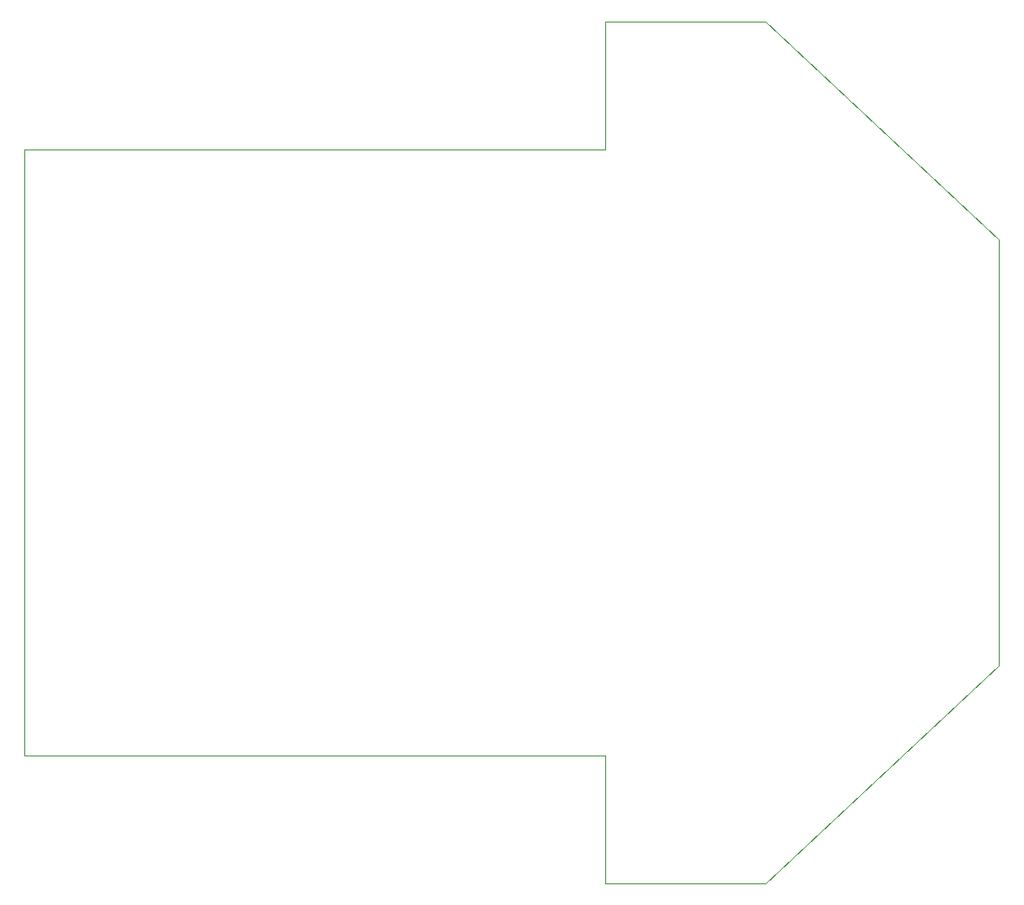
<source format=gbr>
G04 #@! TF.GenerationSoftware,KiCad,Pcbnew,(5.1.2)-2*
G04 #@! TF.CreationDate,2019-10-29T07:50:02+01:00*
G04 #@! TF.ProjectId,Alphabot2.0,416c7068-6162-46f7-9432-2e302e6b6963,1.0*
G04 #@! TF.SameCoordinates,Original*
G04 #@! TF.FileFunction,Profile,NP*
%FSLAX46Y46*%
G04 Gerber Fmt 4.6, Leading zero omitted, Abs format (unit mm)*
G04 Created by KiCad (PCBNEW (5.1.2)-2) date 2019-10-29 07:50:02*
%MOMM*%
%LPD*%
G04 APERTURE LIST*
%ADD10C,0.050000*%
G04 APERTURE END LIST*
D10*
X92710000Y-71120000D02*
X92710000Y-128120000D01*
X92710000Y-128120000D02*
X147330000Y-128120000D01*
X147330000Y-128120000D02*
X147330000Y-140120000D01*
X147330000Y-140120000D02*
X162330000Y-140120000D01*
X184330000Y-119620000D02*
X162330000Y-140120000D01*
X184330000Y-79620000D02*
X184330000Y-119620000D01*
X162330000Y-59120000D02*
X184330000Y-79620000D01*
X147330000Y-59120000D02*
X162330000Y-59120000D01*
X147330000Y-71120000D02*
X147330000Y-59120000D01*
X92710000Y-71120000D02*
X147330000Y-71120000D01*
M02*

</source>
